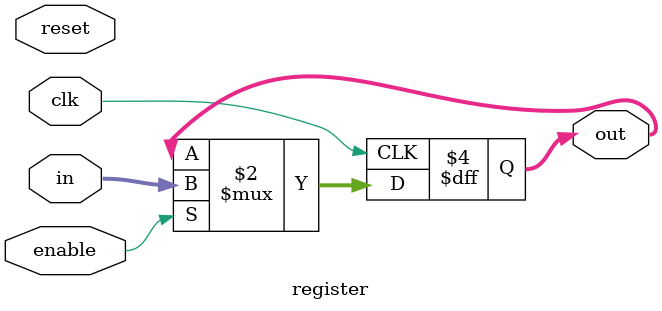
<source format=v>
module register(
  input wire [WIDTH-1:0] in,
  input wire clk,
  input wire reset,
  input wire enable,
  output reg [WIDTH-1:0] out
);

  parameter WIDTH = 8;

  always @(posedge clk) begin
    if (enable)
      out <= in;
  end

endmodule

</source>
